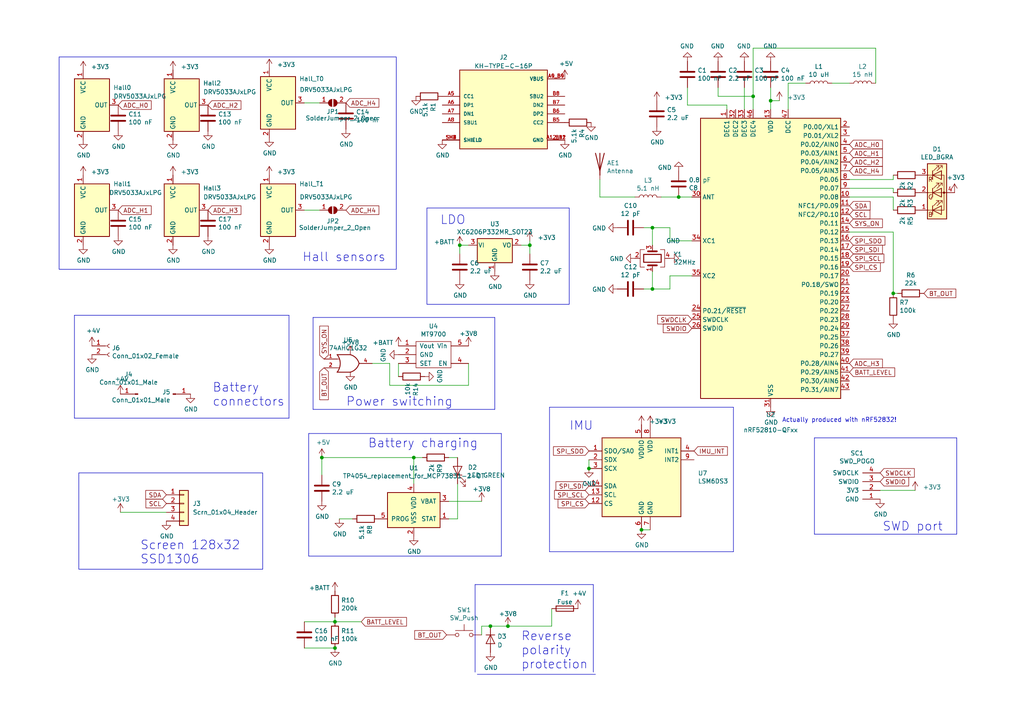
<source format=kicad_sch>
(kicad_sch (version 20230121) (generator eeschema)
  (paper "A4")
  (title_block (title "uMyo") (rev "v2") (company "Ultimate Robotics"))
  (junction (at 142.24 181.61))
  (junction (at 189.23 66.04))
  (junction (at 97.155 187.96))
  (junction (at 93.345 132.715))
  (junction (at 97.155 180.34))
  (junction (at 259.08 85.09))
  (junction (at 120.015 132.715))
  (junction (at 170.815 135.89))
  (junction (at 153.67 71.12))
  (junction (at 133.35 71.12))
  (junction (at 189.23 83.82))
  (junction (at 147.32 181.61))
  (junction (at 223.52 29.21))
  (junction (at 196.85 57.15))
  (junction (at 186.055 153.67))
  (junction (at 218.44 27.94))
  (wire (pts (xy 189.23 66.04) (xy 189.23 71.12)))
  (polyline (pts (xy 83.82 91.44) (xy 83.82 121.285)))
  (polyline (pts (xy 137.795 169.545) (xy 137.795 194.945)))
  (wire (pts (xy 194.31 80.01) (xy 194.31 83.82)))
  (wire (pts (xy 113.03 111.76) (xy 135.89 111.76)))
  (wire (pts (xy 259.08 52.07) (xy 259.08 50.8)))
  (wire (pts (xy 160.02 176.53) (xy 160.02 181.61)))
  (wire (pts (xy 151.13 71.12) (xy 153.67 71.12)))
  (wire (pts (xy 189.23 78.74) (xy 189.23 83.82)))
  (wire (pts (xy 132.715 140.335) (xy 132.715 150.495)))
  (wire (pts (xy 92.71 60.96) (xy 88.265 60.96)))
  (polyline (pts (xy 89.535 125.73) (xy 89.535 161.29)))
  (wire (pts (xy 135.89 71.12) (xy 133.35 71.12)))
  (wire (pts (xy 194.31 66.04) (xy 194.31 69.85)))
  (wire (pts (xy 115.57 105.41) (xy 115.57 109.22)))
  (wire (pts (xy 132.715 150.495) (xy 130.175 150.495)))
  (polyline (pts (xy 172.085 169.545) (xy 172.085 194.945)))
  (wire (pts (xy 93.345 132.715) (xy 120.015 132.715)))
  (wire (pts (xy 200.66 80.01) (xy 194.31 80.01)))
  (wire (pts (xy 194.31 69.85) (xy 200.66 69.85)))
  (wire (pts (xy 199.39 25.4) (xy 199.39 30.48)))
  (wire (pts (xy 246.38 67.31) (xy 259.08 67.31)))
  (wire (pts (xy 241.3 24.13) (xy 246.38 24.13)))
  (wire (pts (xy 265.43 142.24) (xy 255.27 142.24)))
  (polyline (pts (xy 159.385 118.11) (xy 159.385 160.02)))
  (wire (pts (xy 147.32 181.61) (xy 160.02 181.61)))
  (wire (pts (xy 34.925 148.59) (xy 48.26 148.59)))
  (polyline (pts (xy 236.22 127) (xy 277.495 127)))
  (wire (pts (xy 130.175 145.415) (xy 139.7 145.415)))
  (wire (pts (xy 97.155 180.34) (xy 104.775 180.34)))
  (wire (pts (xy 215.9 25.4) (xy 215.9 31.75)))
  (wire (pts (xy 135.89 111.76) (xy 135.89 105.41)))
  (wire (pts (xy 142.24 181.61) (xy 147.32 181.61)))
  (polyline (pts (xy 143.51 92.075) (xy 143.51 118.745)))
  (wire (pts (xy 223.52 29.21) (xy 223.52 31.75)))
  (wire (pts (xy 226.06 29.21) (xy 223.52 29.21)))
  (wire (pts (xy 210.82 30.48) (xy 210.82 31.75)))
  (wire (pts (xy 186.69 66.04) (xy 189.23 66.04)))
  (wire (pts (xy 246.38 57.15) (xy 259.08 57.15)))
  (wire (pts (xy 259.08 85.09) (xy 260.35 85.09)))
  (wire (pts (xy 259.08 57.15) (xy 259.08 60.96)))
  (wire (pts (xy 259.08 54.61) (xy 259.08 55.88)))
  (wire (pts (xy 107.95 105.41) (xy 113.03 105.41)))
  (wire (pts (xy 93.345 137.795) (xy 93.345 132.715)))
  (wire (pts (xy 88.265 187.96) (xy 97.155 187.96)))
  (wire (pts (xy 153.67 71.12) (xy 153.67 73.66)))
  (wire (pts (xy 92.71 29.845) (xy 88.265 29.845)))
  (polyline (pts (xy 83.82 121.285) (xy 21.59 121.285)))
  (wire (pts (xy 246.38 54.61) (xy 259.08 54.61)))
  (wire (pts (xy 191.77 57.15) (xy 196.85 57.15)))
  (wire (pts (xy 259.08 67.31) (xy 259.08 85.09)))
  (wire (pts (xy 188.595 153.67) (xy 186.055 153.67)))
  (wire (pts (xy 186.69 83.82) (xy 189.23 83.82)))
  (wire (pts (xy 120.015 132.715) (xy 122.555 132.715)))
  (wire (pts (xy 139.7 181.61) (xy 139.7 184.15)))
  (polyline (pts (xy 89.535 161.29) (xy 145.415 161.29)))
  (polyline (pts (xy 89.535 125.73) (xy 145.415 125.73)))
  (polyline (pts (xy 137.795 169.545) (xy 172.085 169.545)))
  (wire (pts (xy 196.85 57.15) (xy 200.66 57.15)))
  (polyline (pts (xy 277.495 127) (xy 277.495 154.94)))
  (wire (pts (xy 88.265 180.34) (xy 97.155 180.34)))
  (wire (pts (xy 130.175 132.715) (xy 132.715 132.715)))
  (polyline (pts (xy 236.22 127) (xy 236.22 154.94)))
  (wire (pts (xy 97.155 179.07) (xy 97.155 180.34)))
  (wire (pts (xy 113.03 105.41) (xy 113.03 111.76)))
  (wire (pts (xy 228.6 24.13) (xy 233.68 24.13)))
  (polyline (pts (xy 90.805 92.075) (xy 143.51 92.075)))
  (wire (pts (xy 102.235 150.495) (xy 98.425 150.495)))
  (polyline (pts (xy 277.495 154.94) (xy 236.22 154.94)))
  (wire (pts (xy 120.015 132.715) (xy 120.015 140.335)))
  (wire (pts (xy 254 13.97) (xy 254 24.13)))
  (polyline (pts (xy 21.59 91.44) (xy 83.82 91.44)))
  (polyline (pts (xy 212.725 118.11) (xy 212.725 160.02)))
  (wire (pts (xy 189.23 66.04) (xy 194.31 66.04)))
  (wire (pts (xy 218.44 27.94) (xy 218.44 13.97)))
  (wire (pts (xy 218.44 13.97) (xy 254 13.97)))
  (wire (pts (xy 218.44 31.75) (xy 218.44 27.94)))
  (wire (pts (xy 208.28 27.94) (xy 208.28 25.4)))
  (polyline (pts (xy 172.72 195.58) (xy 138.43 195.58)))
  (polyline (pts (xy 143.51 118.745) (xy 90.805 118.745)))
  (wire (pts (xy 173.99 57.15) (xy 173.99 52.07)))
  (wire (pts (xy 139.7 181.61) (xy 142.24 181.61)))
  (wire (pts (xy 199.39 30.48) (xy 210.82 30.48)))
  (wire (pts (xy 133.35 71.12) (xy 133.35 73.66)))
  (polyline (pts (xy 21.59 91.44) (xy 21.59 121.285)))
  (wire (pts (xy 246.38 52.07) (xy 259.08 52.07)))
  (wire (pts (xy 189.23 83.82) (xy 194.31 83.82)))
  (wire (pts (xy 223.52 25.4) (xy 223.52 29.21)))
  (polyline (pts (xy 145.415 161.29) (xy 145.415 125.73)))
  (wire (pts (xy 228.6 31.75) (xy 228.6 24.13)))
  (wire (pts (xy 208.28 27.94) (xy 218.44 27.94)))
  (polyline (pts (xy 159.385 118.11) (xy 212.725 118.11)))
  (wire (pts (xy 173.99 57.15) (xy 184.15 57.15)))
  (polyline (pts (xy 212.725 160.02) (xy 159.385 160.02)))
  (wire (pts (xy 153.67 71.12) (xy 153.67 69.85)))
  (wire (pts (xy 170.815 133.35) (xy 170.815 135.89)))
  (polyline (pts (xy 90.805 92.075) (xy 90.805 118.745)))
  (rectangle (start 22.86 137.16) (end 76.2 165.1))
  (rectangle (start 17.145 16.51) (end 114.935 78.105))
  (rectangle (start 123.825 60.325) (end 165.1 88.265))
  (text "SWD port" (at 255.905 154.305 0) (effects (font (size 2.54 2.54)) (justify left bottom)))
  (text "Power switching" (at 100.33 118.11 0) (effects (font (size 2.54 2.54)) (justify left bottom)))
  (text "Battery\nconnectors" (at 61.595 118.11 0) (effects (font (size 2.54 2.54)) (justify left bottom)))
  (text "Battery charging" (at 106.68 130.175 0) (effects (font (size 2.54 2.54)) (justify left bottom)))
  (text "IMU" (at 165.1 125.095 0) (effects (font (size 2.54 2.54)) (justify left bottom)))
  (text "Reverse\npolarity\nprotection" (at 151.13 194.31 0) (effects (font (size 2.54 2.54)) (justify left bottom)))
  (text "LDO" (at 127.635 65.405 0) (effects (font (size 2.54 2.54)) (justify left bottom)))
  (text "Hall sensors" (at 87.63 76.2 0) (effects (font (size 2.54 2.54)) (justify left bottom)))
  (text "Actually produced with nRF52832!" (at 226.822 122.682 0) (effects (font (size 1.27 1.27)) (justify left bottom)))
  (text "Screen 128x32\nSSD1306" (at 40.64 163.83 0) (effects (font (size 2.54 2.54)) (justify left bottom)))
  (global_label "SPI_CS" (shape input) (at 246.38 77.47 0) (property "Intersheetrefs" "${INTERSHEET_REFS}" (effects hide)))
  (global_label "SCL" (shape input) (at 48.26 146.05 180) (property "Intersheetrefs" "${INTERSHEET_REFS}" (effects hide)))
  (global_label "SPI_SCL" (shape input) (at 246.38 74.93 0) (property "Intersheetrefs" "${INTERSHEET_REFS}" (effects hide)))
  (global_label "ADC_H4" (shape input) (at 246.38 49.53 0) (property "Intersheetrefs" "${INTERSHEET_REFS}" (effects hide)))
  (global_label "BATT_LEVEL" (shape input) (at 246.38 107.95 0) (property "Intersheetrefs" "${INTERSHEET_REFS}" (effects hide)))
  (global_label "ADC_H2" (shape input) (at 60.325 30.48 0) (property "Intersheetrefs" "${INTERSHEET_REFS}" (effects hide)))
  (global_label "SWDCLK" (shape input) (at 200.66 92.71 180) (property "Intersheetrefs" "${INTERSHEET_REFS}" (effects hide)))
  (global_label "BT_OUT" (shape input) (at 93.98 106.68 270) (property "Intersheetrefs" "${INTERSHEET_REFS}" (effects hide)))
  (global_label "ADC_H1" (shape input) (at 246.38 44.45 0) (property "Intersheetrefs" "${INTERSHEET_REFS}" (effects hide)))
  (global_label "ADC_H0" (shape input) (at 246.38 41.91 0) (property "Intersheetrefs" "${INTERSHEET_REFS}" (effects hide)))
  (global_label "SWDCLK" (shape input) (at 255.27 137.16 0) (property "Intersheetrefs" "${INTERSHEET_REFS}" (effects hide)))
  (global_label "SDA" (shape input) (at 48.26 143.51 180) (property "Intersheetrefs" "${INTERSHEET_REFS}" (effects hide)))
  (global_label "BT_OUT" (shape input) (at 267.97 85.09 0) (property "Intersheetrefs" "${INTERSHEET_REFS}" (effects hide)))
  (global_label "SPI_CS" (shape input) (at 170.815 146.05 180) (property "Intersheetrefs" "${INTERSHEET_REFS}" (effects hide)))
  (global_label "BT_OUT" (shape input) (at 129.54 184.15 180) (property "Intersheetrefs" "${INTERSHEET_REFS}" (effects hide)))
  (global_label "SPI_SDI" (shape input) (at 170.815 140.97 180) (property "Intersheetrefs" "${INTERSHEET_REFS}" (effects hide)))
  (global_label "SPI_SDO" (shape input) (at 170.815 130.81 180) (property "Intersheetrefs" "${INTERSHEET_REFS}" (effects hide)))
  (global_label "ADC_H1" (shape input) (at 34.29 60.96 0) (property "Intersheetrefs" "${INTERSHEET_REFS}" (effects hide)))
  (global_label "SYS_ON" (shape input) (at 93.98 104.14 90) (property "Intersheetrefs" "${INTERSHEET_REFS}" (effects hide)))
  (global_label "IMU_INT" (shape input) (at 201.295 130.81 0) (property "Intersheetrefs" "${INTERSHEET_REFS}" (effects hide)))
  (global_label "SPI_SCL" (shape input) (at 170.815 143.51 180) (property "Intersheetrefs" "${INTERSHEET_REFS}" (effects hide)))
  (global_label "BATT_LEVEL" (shape input) (at 104.775 180.34 0) (property "Intersheetrefs" "${INTERSHEET_REFS}" (effects hide)))
  (global_label "SWDIO" (shape input) (at 200.66 95.25 180) (property "Intersheetrefs" "${INTERSHEET_REFS}" (effects hide)))
  (global_label "ADC_H3" (shape input) (at 246.38 105.41 0) (property "Intersheetrefs" "${INTERSHEET_REFS}" (effects hide)))
  (global_label "ADC_H3" (shape input) (at 60.325 60.96 0) (property "Intersheetrefs" "${INTERSHEET_REFS}" (effects hide)))
  (global_label "ADC_H4" (shape input) (at 100.33 29.845 0) (property "Intersheetrefs" "${INTERSHEET_REFS}" (effects hide)))
  (global_label "ADC_H2" (shape input) (at 246.38 46.99 0) (property "Intersheetrefs" "${INTERSHEET_REFS}" (effects hide)))
  (global_label "SPI_SDI" (shape input) (at 246.38 72.39 0) (property "Intersheetrefs" "${INTERSHEET_REFS}" (effects hide)))
  (global_label "SWDIO" (shape input) (at 255.27 139.7 0) (property "Intersheetrefs" "${INTERSHEET_REFS}" (effects hide)))
  (global_label "SPI_SDO" (shape input) (at 246.38 69.85 0) (property "Intersheetrefs" "${INTERSHEET_REFS}" (effects hide)))
  (global_label "SCL" (shape input) (at 246.38 62.23 0) (property "Intersheetrefs" "${INTERSHEET_REFS}" (effects hide)))
  (global_label "ADC_H0" (shape input) (at 34.29 30.48 0) (property "Intersheetrefs" "${INTERSHEET_REFS}" (effects hide)))
  (global_label "ADC_H4" (shape input) (at 100.33 60.96 0) (property "Intersheetrefs" "${INTERSHEET_REFS}" (effects hide)))
  (global_label "SYS_ON" (shape input) (at 246.38 64.77 0) (property "Intersheetrefs" "${INTERSHEET_REFS}" (effects hide)))
  (global_label "SDA" (shape input) (at 246.38 59.69 0) (property "Intersheetrefs" "${INTERSHEET_REFS}" (effects hide)))
  (symbol (lib_id "ultimate_library:nRF52832-QFxx") (at 223.52 74.93 0) (unit 1)
    (property "Reference" "U2" (at 223.52 120.2944 0))
    (property "Value" "nRF52810-QFxx" (at 223.52 124.714 0))
    (property "Footprint" "ultimate_library:QFN-48-1EP_6x6mm_Pitch0.4mm" (effects hide))
    (property "JLCPN" "C141828" (effects hide))
  )
  (symbol (lib_id "ultimate_library:MCP1703A-3302_SOT23-Regulator_Linear") (at 143.51 71.12 0) (unit 1)
    (property "Reference" "U3" (at 143.51 64.9732 0))
    (property "Value" "XC6206P332MR_SOT23" (at 143.51 67.2846 0))
    (property "Footprint" "Package_TO_SOT_SMD:SOT-23" (effects hide))
    (property "Datasheet" "http://ww1.microchip.com/downloads/en/DeviceDoc/20005122B.pdf" (effects hide))
    (property "JLCPN" "C5446" (effects hide))
  )
  (symbol (lib_id "Device:C") (at 208.28 21.59 180) (unit 1)
    (property "Reference" "C2" (at 211.201 20.4216 0) (effects (justify right)))
    (property "Value" "2.2 uF" (at 211.201 22.733 0) (effects (justify right)))
    (property "Footprint" "Capacitor_SMD:C_0402_1005Metric" (effects hide))
    (property "JLCPN" "C12530" (effects hide))
  )
  (symbol (lib_id "Device:C") (at 215.9 21.59 180) (unit 1)
    (property "Reference" "C3" (at 218.821 20.4216 0) (effects (justify right)))
    (property "Value" "100 pF" (at 218.821 22.733 0) (effects (justify right)))
    (property "Footprint" "Capacitor_SMD:C_0402_1005Metric" (effects hide))
    (property "JLCPN" "C1546" (effects hide))
  )
  (symbol (lib_id "Device:C") (at 199.39 21.59 180) (unit 1)
    (property "Reference" "C1" (at 202.311 20.4216 0) (effects (justify right)))
    (property "Value" "100 nF" (at 202.311 22.733 0) (effects (justify right)))
    (property "Footprint" "Capacitor_SMD:C_0402_1005Metric" (effects hide))
    (property "JLCPN" "C1525" (effects hide))
  )
  (symbol (lib_id "power:+3.3V") (at 153.67 69.85 0) (unit 1)
    (property "Reference" "#PWR022" (effects hide))
    (property "Value" "+3.3V" (at 155.9052 68.9102 0) (effects (justify left)))
  )
  (symbol (lib_id "Device:C") (at 182.88 66.04 90) (unit 1)
    (property "Reference" "C10" (at 182.88 59.6392 90))
    (property "Value" "12 pF" (at 182.88 61.9506 90))
    (property "Footprint" "Capacitor_SMD:C_0402_1005Metric" (effects hide))
    (property "JLCPN" "C1547" (effects hide))
  )
  (symbol (lib_id "power:GND") (at 223.52 118.11 0) (unit 1)
    (property "Reference" "#PWR032" (effects hide))
    (property "Value" "GND" (at 223.647 122.5042 0))
  )
  (symbol (lib_id "power:GND") (at 179.07 83.82 270) (unit 1)
    (property "Reference" "#PWR020" (effects hide))
    (property "Value" "GND" (at 175.8188 83.947 90) (effects (justify right)))
  )
  (symbol (lib_id "power:GND") (at 179.07 66.04 270) (unit 1)
    (property "Reference" "#PWR017" (effects hide))
    (property "Value" "GND" (at 175.8188 66.167 90) (effects (justify right)))
  )
  (symbol (lib_id "power:GND") (at 199.39 17.78 180) (unit 1)
    (property "Reference" "#PWR01" (effects hide))
    (property "Value" "GND" (at 199.263 13.3858 0))
  )
  (symbol (lib_id "power:GND") (at 208.28 17.78 180) (unit 1)
    (property "Reference" "#PWR02" (effects hide))
    (property "Value" "GND" (at 208.153 13.3858 0))
  )
  (symbol (lib_id "power:GND") (at 215.9 17.78 180) (unit 1)
    (property "Reference" "#PWR03" (effects hide))
    (property "Value" "GND" (at 215.773 13.3858 0))
  )
  (symbol (lib_id "power:GND") (at 223.52 17.78 180) (unit 1)
    (property "Reference" "#PWR04" (effects hide))
    (property "Value" "GND" (at 223.393 13.3858 0))
  )
  (symbol (lib_id "power:GND") (at 184.15 74.93 270) (unit 1)
    (property "Reference" "#PWR018" (effects hide))
    (property "Value" "GND" (at 180.8988 75.057 90) (effects (justify right)))
  )
  (symbol (lib_id "power:GND") (at 194.31 74.93 90) (unit 1)
    (property "Reference" "#PWR019" (effects hide))
    (property "Value" "GND" (at 195.2498 69.85 90))
  )
  (symbol (lib_id "Device:Crystal_GND24") (at 189.23 74.93 90) (unit 1)
    (property "Reference" "Y1" (at 195.3514 73.7616 90) (effects (justify right)))
    (property "Value" "32MHz" (at 195.3514 76.073 90) (effects (justify right)))
    (property "Footprint" "Crystal:Crystal_SMD_2016-4Pin_2.0x1.6mm" (effects hide))
    (property "JLCPN" "C843260" (effects hide))
  )
  (symbol (lib_id "Device:C") (at 196.85 53.34 0) (mirror x) (unit 1)
    (property "Reference" "C8" (at 199.771 54.5084 0) (effects (justify left)))
    (property "Value" "0.8 pF" (at 199.771 52.197 0) (effects (justify left)))
    (property "Footprint" "Capacitor_SMD:C_0402_1005Metric" (effects hide))
    (property "JLCPN" "C88902" (effects hide))
  )
  (symbol (lib_id "Device:L") (at 187.96 57.15 90) (unit 1)
    (property "Reference" "L3" (at 187.96 52.324 90))
    (property "Value" "5.1 nH" (at 187.96 54.6354 90))
    (property "Footprint" "Inductor_SMD:L_0402_1005Metric" (effects hide))
    (property "JLCPN" "C86066" (effects hide))
  )
  (symbol (lib_id "power:GND") (at 196.85 49.53 0) (mirror x) (unit 1)
    (property "Reference" "#PWR011" (effects hide))
    (property "Value" "GND" (at 194.8688 48.5902 0) (effects (justify right)))
  )
  (symbol (lib_id "power:GND") (at 133.35 81.28 0) (unit 1)
    (property "Reference" "#PWR030" (effects hide))
    (property "Value" "GND" (at 133.477 85.6742 0))
  )
  (symbol (lib_id "power:GND") (at 153.67 81.28 0) (unit 1)
    (property "Reference" "#PWR031" (effects hide))
    (property "Value" "GND" (at 153.797 85.6742 0))
  )
  (symbol (lib_id "power:+BATT") (at 133.35 71.12 0) (unit 1)
    (property "Reference" "#PWR023" (effects hide))
    (property "Value" "+BATT" (at 131.9022 70.1802 0) (effects (justify right)))
  )
  (symbol (lib_id "power:GND") (at 143.51 78.74 0) (unit 1)
    (property "Reference" "#PWR027" (effects hide))
    (property "Value" "GND" (at 143.637 83.1342 0))
  )
  (symbol (lib_id "Device:R") (at 262.89 50.8 270) (unit 1)
    (property "Reference" "R2" (at 264.0584 52.578 0) (effects (justify left)))
    (property "Value" "2k" (at 261.747 52.578 0) (effects (justify left)))
    (property "Footprint" "Resistor_SMD:R_0402_1005Metric" (effects hide))
    (property "JLCPN" "C4109" (effects hide))
  )
  (symbol (lib_id "Device:R") (at 97.155 175.26 0) (unit 1)
    (property "Reference" "R10" (at 98.933 174.0916 0) (effects (justify left)))
    (property "Value" "200k" (at 98.933 176.403 0) (effects (justify left)))
    (property "Footprint" "Resistor_SMD:R_0402_1005Metric" (effects hide))
    (property "JLCPN" "C25764" (effects hide))
  )
  (symbol (lib_id "power:+BATT") (at 97.155 171.45 0) (unit 1)
    (property "Reference" "#PWR041" (effects hide))
    (property "Value" "+BATT" (at 95.7072 170.5102 0) (effects (justify right)))
  )
  (symbol (lib_id "power:GND") (at 97.155 187.96 0) (unit 1)
    (property "Reference" "#PWR043" (effects hide))
    (property "Value" "GND" (at 97.282 192.3542 0))
  )
  (symbol (lib_id "power:GND") (at 255.27 144.78 0) (unit 1)
    (property "Reference" "#PWR035" (effects hide))
    (property "Value" "GND" (at 255.397 149.1742 0))
  )
  (symbol (lib_id "power:+3.3V") (at 265.43 142.24 0) (unit 1)
    (property "Reference" "#PWR034" (effects hide))
    (property "Value" "+3.3V" (at 267.6652 141.3002 0) (effects (justify left)))
  )
  (symbol (lib_id "power:+3.3V") (at 276.86 55.88 0) (unit 1)
    (property "Reference" "#PWR014" (effects hide))
    (property "Value" "+3.3V" (at 277.241 51.4858 0))
  )
  (symbol (lib_id "Connector:Conn_01x01_Male") (at 40.005 114.3 180) (unit 1)
    (property "Reference" "J4" (at 37.2872 108.585 0))
    (property "Value" "Conn_01x01_Male" (at 37.2872 110.8964 0))
    (property "Footprint" "ultimate_library:conn_16_20" (effects hide))
  )
  (symbol (lib_id "Switch:SW_Push") (at 134.62 184.15 0) (unit 1)
    (property "Reference" "SW1" (at 134.62 176.911 0))
    (property "Value" "SW_Push" (at 134.62 179.2224 0))
    (property "Footprint" "Button_Switch_SMD:SW_SPST_CK_RS282G05A3" (effects hide))
    (property "JLCPN" "C2845294" (effects hide))
  )
  (symbol (lib_id "power:+3.3V") (at 226.06 29.21 0) (unit 1)
    (property "Reference" "#PWR06" (effects hide))
    (property "Value" "+3.3V" (at 228.2952 28.2702 0) (effects (justify left)))
  )
  (symbol (lib_id "power:+BATT") (at 115.57 100.33 0) (unit 1)
    (property "Reference" "#PWR024" (effects hide))
    (property "Value" "+BATT" (at 114.1222 99.3902 0) (effects (justify right)))
  )
  (symbol (lib_id "Connector:Conn_01x01_Male") (at 50.165 114.3 0) (unit 1)
    (property "Reference" "J5" (at 49.4538 113.7158 0) (effects (justify right)))
    (property "Value" "Conn_01x01_Male" (at 49.4538 116.0272 0) (effects (justify right)))
    (property "Footprint" "ultimate_library:conn_16_20" (effects hide))
  )
  (symbol (lib_id "power:GND") (at 55.245 114.3 0) (unit 1)
    (property "Reference" "#PWR042" (effects hide))
    (property "Value" "GND" (at 55.372 118.6942 0))
  )
  (symbol (lib_id "power:GND") (at 115.57 102.87 270) (unit 1)
    (property "Reference" "#PWR029" (effects hide))
    (property "Value" "GND" (at 111.1758 102.997 0))
  )
  (symbol (lib_id "ultimate_library:SWD_POGO") (at 250.19 140.97 0) (unit 1)
    (property "Reference" "SC1" (at 248.5898 131.445 0))
    (property "Value" "SWD_POGO" (at 248.5898 133.7564 0))
    (property "Footprint" "ultimate_library:SWD_POGO" (effects hide))
  )
  (symbol (lib_id "Device:L") (at 250.19 24.13 90) (unit 1)
    (property "Reference" "L2" (at 250.19 19.304 90))
    (property "Value" "15 nH" (at 250.19 21.6154 90))
    (property "Footprint" "Inductor_SMD:L_0402_1005Metric" (effects hide))
    (property "JLCPN" "C27143" (effects hide))
  )
  (symbol (lib_id "Device:L") (at 237.49 24.13 90) (unit 1)
    (property "Reference" "L1" (at 237.49 19.304 90))
    (property "Value" "10 uH" (at 237.49 21.6154 90))
    (property "Footprint" "Inductor_SMD:L_0603_1608Metric" (effects hide))
    (property "JLCPN" "C1035" (effects hide))
  )
  (symbol (lib_id "74xGxx:74AHC1G32") (at 101.6 105.41 0) (unit 1)
    (property "Reference" "U5" (at 100.965 98.6282 0))
    (property "Value" "74AHC1G32" (at 100.965 100.9396 0))
    (property "Footprint" "Package_TO_SOT_SMD:SOT-23-5" (effects hide))
    (property "Datasheet" "http://www.ti.com/lit/sg/scyt129e/scyt129e.pdf" (effects hide))
    (property "JLCPN" "C507209" (effects hide))
  )
  (symbol (lib_id "power:+4V") (at 34.925 114.3 0) (unit 1)
    (property "Reference" "#PWR044" (effects hide))
    (property "Value" "+4V" (at 35.306 109.9058 0))
  )
  (symbol (lib_id "power:GND") (at 101.6 107.95 0) (unit 1)
    (property "Reference" "#PWR033" (effects hide))
    (property "Value" "GND" (at 101.727 112.3442 0))
  )
  (symbol (lib_id "Device:R") (at 264.16 85.09 270) (unit 1)
    (property "Reference" "R6" (at 264.16 79.8322 90))
    (property "Value" "22k" (at 264.16 82.1436 90))
    (property "Footprint" "Resistor_SMD:R_0402_1005Metric" (effects hide))
    (property "JLCPN" "C25768" (effects hide))
  )
  (symbol (lib_id "power:GND") (at 259.08 92.71 0) (unit 1)
    (property "Reference" "#PWR025" (effects hide))
    (property "Value" "GND" (at 259.207 97.1042 0))
  )
  (symbol (lib_id "Device:R") (at 259.08 88.9 0) (unit 1)
    (property "Reference" "R7" (at 260.858 87.7316 0) (effects (justify left)))
    (property "Value" "100k" (at 260.858 90.043 0) (effects (justify left)))
    (property "Footprint" "Resistor_SMD:R_0402_1005Metric" (effects hide))
    (property "JLCPN" "C25741" (effects hide))
  )
  (symbol (lib_id "power:+3.3V") (at 190.5 29.21 0) (unit 1)
    (property "Reference" "#PWR05" (effects hide))
    (property "Value" "+3.3V" (at 192.7352 28.2702 0) (effects (justify left)))
  )
  (symbol (lib_id "power:GND") (at 190.5 36.83 0) (unit 1)
    (property "Reference" "#PWR08" (effects hide))
    (property "Value" "GND" (at 190.627 41.2242 0))
  )
  (symbol (lib_id "Device:LED_BGRA") (at 271.78 55.88 0) (unit 1)
    (property "Reference" "D1" (at 271.78 43.2562 0))
    (property "Value" "LED_BGRA" (at 271.78 45.5676 0))
    (property "Footprint" "ultimate_library:LED_RGB_0603_a4" (effects hide))
    (property "JLCPN" "C282128" (effects hide))
  )
  (symbol (lib_id "Device:C") (at 182.88 83.82 90) (unit 1)
    (property "Reference" "C12" (at 182.88 77.4192 90))
    (property "Value" "12 pF" (at 182.88 79.7306 90))
    (property "Footprint" "Capacitor_SMD:C_0402_1005Metric" (effects hide))
    (property "JLCPN" "C1547" (effects hide))
  )
  (symbol (lib_id "Device:C") (at 223.52 21.59 180) (unit 1)
    (property "Reference" "C4" (at 226.441 20.4216 0) (effects (justify right)))
    (property "Value" "100 nF" (at 226.441 22.733 0) (effects (justify right)))
    (property "Footprint" "Capacitor_SMD:C_0402_1005Metric" (effects hide))
    (property "JLCPN" "C1525" (effects hide))
  )
  (symbol (lib_id "Device:C") (at 153.67 77.47 180) (unit 1)
    (property "Reference" "C7" (at 156.591 76.3016 0) (effects (justify right)))
    (property "Value" "2.2 uF" (at 156.591 78.613 0) (effects (justify right)))
    (property "Footprint" "Capacitor_SMD:C_0402_1005Metric" (effects hide))
    (property "JLCPN" "C12530" (effects hide))
  )
  (symbol (lib_id "Device:C") (at 133.35 77.47 180) (unit 1)
    (property "Reference" "C6" (at 136.271 76.3016 0) (effects (justify right)))
    (property "Value" "2.2 uF" (at 136.271 78.613 0) (effects (justify right)))
    (property "Footprint" "Capacitor_SMD:C_0402_1005Metric" (effects hide))
    (property "JLCPN" "C12530" (effects hide))
  )
  (symbol (lib_id "Device:R") (at 97.155 184.15 0) (unit 1)
    (property "Reference" "R11" (at 98.933 182.9816 0) (effects (justify left)))
    (property "Value" "100k" (at 98.933 185.293 0) (effects (justify left)))
    (property "Footprint" "Resistor_SMD:R_0402_1005Metric" (effects hide))
    (property "JLCPN" "C25741" (effects hide))
  )
  (symbol (lib_id "Device:R") (at 262.89 55.88 270) (unit 1)
    (property "Reference" "R3" (at 264.0584 57.658 0) (effects (justify left)))
    (property "Value" "2k" (at 261.747 57.658 0) (effects (justify left)))
    (property "Footprint" "Resistor_SMD:R_0402_1005Metric" (effects hide))
    (property "JLCPN" "C4109" (effects hide))
  )
  (symbol (lib_id "Device:R") (at 262.89 60.96 270) (unit 1)
    (property "Reference" "R5" (at 264.0584 62.738 0) (effects (justify left)))
    (property "Value" "2k" (at 261.747 62.738 0) (effects (justify left)))
    (property "Footprint" "Resistor_SMD:R_0402_1005Metric" (effects hide))
    (property "JLCPN" "C4109" (effects hide))
  )
  (symbol (lib_id "Device:C") (at 88.265 184.15 180) (unit 1)
    (property "Reference" "C16" (at 91.186 182.9816 0) (effects (justify right)))
    (property "Value" "100 nF" (at 91.186 185.293 0) (effects (justify right)))
    (property "Footprint" "Capacitor_SMD:C_0402_1005Metric" (effects hide))
    (property "JLCPN" "C1525" (effects hide))
  )
  (symbol (lib_id "Device:C") (at 190.5 33.02 180) (unit 1)
    (property "Reference" "C5" (at 193.421 31.8516 0) (effects (justify right)))
    (property "Value" "2.2 uF" (at 193.421 34.163 0) (effects (justify right)))
    (property "Footprint" "Capacitor_SMD:C_0402_1005Metric" (effects hide))
    (property "JLCPN" "C12530" (effects hide))
  )
  (symbol (lib_id "Connector:Conn_01x02_Female") (at 31.75 100.33 0) (unit 1)
    (property "Reference" "J6" (at 32.4612 100.9396 0) (effects (justify left)))
    (property "Value" "Conn_01x02_Female" (at 32.4612 103.251 0) (effects (justify left)))
    (property "Footprint" "Connector_JST:JST_PH_S2B-PH-SM4-TB_1x02-1MP_P2.00mm_Horizontal" (effects hide))
    (property "JLCPN" "C520130" (effects hide))
  )
  (symbol (lib_id "power:GND") (at 26.67 102.87 0) (unit 1)
    (property "Reference" "#PWR0101" (effects hide))
    (property "Value" "GND" (at 26.797 107.2642 0))
  )
  (symbol (lib_id "power:+4V") (at 26.67 100.33 0) (unit 1)
    (property "Reference" "#PWR0102" (effects hide))
    (property "Value" "+4V" (at 27.051 95.9358 0))
  )
  (symbol (lib_id "power:+3.3V") (at 186.055 123.19 0) (unit 1)
    (property "Reference" "#PWR0105" (effects hide))
    (property "Value" "+3.3V" (at 188.2902 122.2502 0) (effects (justify left)))
  )
  (symbol (lib_id "power:+3.3V") (at 188.595 123.19 0) (unit 1)
    (property "Reference" "#PWR0106" (effects hide))
    (property "Value" "+3.3V" (at 190.8302 122.2502 0) (effects (justify left)))
  )
  (symbol (lib_id "power:GND") (at 186.055 153.67 0) (unit 1)
    (property "Reference" "#PWR0107" (effects hide))
    (property "Value" "GND" (at 186.182 158.0642 0))
  )
  (symbol (lib_id "power:GND") (at 170.815 135.89 0) (unit 1)
    (property "Reference" "#PWR0108" (effects hide))
    (property "Value" "GND" (at 170.942 140.2842 0))
  )
  (symbol (lib_id "Sensor_Motion:LSM6DS3") (at 186.055 138.43 0) (unit 1)
    (property "Reference" "U7" (at 202.4126 137.2616 0) (effects (justify left)))
    (property "Value" "LSM6DS3" (at 202.4126 139.573 0) (effects (justify left)))
    (property "Footprint" "Package_LGA:LGA-14_3x2.5mm_P0.5mm_LayoutBorder3x4y" (effects hide))
    (property "Datasheet" "www.st.com/resource/en/datasheet/lsm6ds3.pdf" (effects hide))
    (property "JLCPN" "C967633" (effects hide))
  )
  (symbol (lib_id "ultimate_library:MT9700") (at 125.73 102.87 0) (unit 1)
    (property "Reference" "U4" (at 125.73 94.615 0))
    (property "Value" "MT9700" (at 125.73 96.9264 0))
    (property "Footprint" "Package_TO_SOT_SMD:SOT-23-5" (effects hide))
    (property "JLCPN" "C89855" (effects hide))
  )
  (symbol (lib_id "Device:R") (at 119.38 109.22 270) (unit 1)
    (property "Reference" "R14" (at 120.5484 110.998 0) (effects (justify left)))
    (property "Value" "10k" (at 118.237 110.998 0) (effects (justify left)))
    (property "Footprint" "Resistor_SMD:R_0402_1005Metric" (effects hide))
    (property "JLCPN" "C25744" (effects hide))
  )
  (symbol (lib_id "power:GND") (at 123.19 109.22 90) (unit 1)
    (property "Reference" "#PWR012" (effects hide))
    (property "Value" "GND" (at 127.5842 109.093 0))
  )
  (symbol (lib_id "Jumper:SolderJumper_2_Open") (at 96.52 60.96 0) (unit 1)
    (property "Reference" "JP2" (at 96.52 64.135 0))
    (property "Value" "SolderJumper_2_Open" (at 97.155 66.04 0))
    (property "Footprint" "Jumper:SolderJumper-2_P1.3mm_Open_RoundedPad1.0x1.5mm" (effects hide))
  )
  (symbol (lib_id "Device:R") (at 124.46 27.94 270) (unit 1)
    (property "Reference" "R1" (at 125.6284 29.718 0) (effects (justify left)))
    (property "Value" "5.1k" (at 123.317 29.718 0) (effects (justify left)))
    (property "Footprint" "Resistor_SMD:R_0402_1005Metric" (effects hide))
    (property "JLCPN" "C25905" (effects hide))
  )
  (symbol (lib_id "Sensor_Magnetic:DRV5033AJxLPG") (at 80.645 29.845 0) (unit 1)
    (property "Reference" "Hall_T0" (at 93.98 22.86 0) (effects (justify right)))
    (property "Value" "DRV5033AJxLPG" (at 102.235 26.035 0) (effects (justify right)))
    (property "Footprint" "Package_TO_SOT_THT:TO-92_Inline" (effects hide))
    (property "Datasheet" "https://www.ti.com/lit/ds/symlink/drv5033.pdf" (effects hide))
  )
  (symbol (lib_id "power:GND") (at 34.29 38.1 0) (unit 1)
    (property "Reference" "#PWR058" (effects hide))
    (property "Value" "GND" (at 34.417 42.4942 0))
  )
  (symbol (lib_id "power:GND") (at 24.13 71.12 0) (unit 1)
    (property "Reference" "#PWR039" (effects hide))
    (property "Value" "GND" (at 24.257 75.5142 0))
  )
  (symbol (lib_id "power:GND") (at 163.83 40.64 0) (unit 1)
    (property "Reference" "#PWR026" (effects hide))
    (property "Value" "GND" (at 163.957 45.0342 0))
  )
  (symbol (lib_id "power:GND") (at 60.325 68.58 0) (unit 1)
    (property "Reference" "#PWR062" (effects hide))
    (property "Value" "GND" (at 60.452 72.9742 0))
  )
  (symbol (lib_id "Device:LED") (at 132.715 136.525 90) (unit 1)
    (property "Reference" "D2" (at 135.6868 135.5598 90) (effects (justify right)))
    (property "Value" "LED GREEN" (at 135.6868 137.8712 90) (effects (justify right)))
    (property "Footprint" "LED_SMD:LED_0603_1608Metric" (effects hide))
    (property "JLCPN" "C72043" (effects hide))
  )
  (symbol (lib_id "ultimate_library:KH-TYPE-C-16P") (at 146.05 30.48 0) (unit 1)
    (property "Reference" "J2" (at 146.05 16.6202 0))
    (property "Value" "KH-TYPE-C-16P" (at 146.05 19.1571 0))
    (property "Footprint" "ultimate_library:KINGHELM_KH-TYPE-C-16P" (effects hide))
    (property "MAXIMUM_PACKAGE_HEIGHT" "3.41mm" (effects hide))
    (property "STANDARD" "Manufacturer Recommendations" (effects hide))
    (property "PARTREV" "A0" (effects hide))
    (property "MANUFACTURER" "Kinghelm" (effects hide))
    (property "SNAPEDA_PN" "KH-TYPE-C-16P" (effects hide))
    (property "JLCPN" "C709357" (effects hide))
  )
  (symbol (lib_id "power:+3V8") (at 135.89 100.33 0) (unit 1)
    (property "Reference" "#PWR0118" (effects hide))
    (property "Value" "+3V8" (at 135.89 96.7542 0))
  )
  (symbol (lib_id "Device:R") (at 167.64 35.56 270) (unit 1)
    (property "Reference" "R4" (at 168.8084 37.338 0) (effects (justify left)))
    (property "Value" "5.1k" (at 166.497 37.338 0) (effects (justify left)))
    (property "Footprint" "Resistor_SMD:R_0402_1005Metric" (effects hide))
    (property "JLCPN" "C25905" (effects hide))
  )
  (symbol (lib_id "power:+4V") (at 167.64 176.53 0) (unit 1)
    (property "Reference" "#PWR0116" (effects hide))
    (property "Value" "+4V" (at 168.021 172.1358 0))
  )
  (symbol (lib_id "power:GND") (at 24.13 40.64 0) (unit 1)
    (property "Reference" "#PWR037" (effects hide))
    (property "Value" "GND" (at 24.257 45.0342 0))
  )
  (symbol (lib_id "Sensor_Magnetic:DRV5033AJxLPG") (at 26.67 30.48 0) (unit 1)
    (property "Reference" "Hall0" (at 38.1 25.4 0) (effects (justify right)))
    (property "Value" "DRV5033AJxLPG" (at 48.26 27.94 0) (effects (justify right)))
    (property "Footprint" "Package_TO_SOT_THT:TO-92_Inline" (effects hide))
    (property "Datasheet" "https://www.ti.com/lit/ds/symlink/drv5033.pdf" (effects hide))
  )
  (symbol (lib_id "power:+3.3V") (at 50.165 20.32 0) (unit 1)
    (property "Reference" "#PWR040" (effects hide))
    (property "Value" "+3.3V" (at 52.4002 19.3802 0) (effects (justify left)))
  )
  (symbol (lib_id "power:+5V") (at 93.345 132.715 0) (unit 1)
    (property "Reference" "#PWR053" (effects hide))
    (property "Value" "+5V" (at 93.726 128.3208 0))
  )
  (symbol (lib_id "Device:Fuse") (at 163.83 176.53 90) (unit 1)
    (property "Reference" "F1" (at 163.83 172.0682 90))
    (property "Value" "Fuse" (at 163.83 174.6051 90))
    (property "Footprint" "Fuse:Fuse_0603_1608Metric" (effects hide))
    (property "JLCPN" "C207011" (effects hide))
  )
  (symbol (lib_id "Device:C") (at 34.29 34.29 180) (unit 1)
    (property "Reference" "C11" (at 37.211 33.1216 0) (effects (justify right)))
    (property "Value" "100 nF" (at 37.211 35.433 0) (effects (justify right)))
    (property "Footprint" "Capacitor_SMD:C_0402_1005Metric" (effects hide))
    (property "JLCPN" "C1525" (effects hide))
  )
  (symbol (lib_id "power:GND") (at 142.24 189.23 0) (unit 1)
    (property "Reference" "#PWR0115" (effects hide))
    (property "Value" "GND" (at 142.367 193.6242 0))
  )
  (symbol (lib_id "power:+3.3V") (at 78.105 50.8 0) (unit 1)
    (property "Reference" "#PWR051" (effects hide))
    (property "Value" "+3.3V" (at 80.3402 49.8602 0) (effects (justify left)))
  )
  (symbol (lib_id "Device:Antenna") (at 173.99 46.99 0) (unit 1)
    (property "Reference" "AE1" (at 176.022 47.2694 0) (effects (justify left)))
    (property "Value" "Antenna" (at 176.022 49.5808 0) (effects (justify left)))
    (property "Footprint" "ultimate_library:KH3216-A55" (effects hide))
    (property "JLCPN" "C484541" (effects hide))
  )
  (symbol (lib_id "Device:C") (at 100.33 33.655 180) (unit 1)
    (property "Reference" "C14" (at 103.251 32.4866 0) (effects (justify right)))
    (property "Value" "100 nF" (at 103.251 34.798 0) (effects (justify right)))
    (property "Footprint" "Capacitor_SMD:C_0402_1005Metric" (effects hide))
    (property "JLCPN" "C1525" (effects hide))
  )
  (symbol (lib_id "power:+3.3V") (at 24.13 50.8 0) (unit 1)
    (property "Reference" "#PWR038" (effects hide))
    (property "Value" "+3.3V" (at 26.3652 49.8602 0) (effects (justify left)))
  )
  (symbol (lib_id "power:+3V8") (at 139.7 145.415 0) (unit 1)
    (property "Reference" "#PWR057" (effects hide))
    (property "Value" "+3V8" (at 139.7 141.8392 0))
  )
  (symbol (lib_id "power:GND") (at 128.27 40.64 0) (unit 1)
    (property "Reference" "#PWR013" (effects hide))
    (property "Value" "GND" (at 128.397 45.0342 0))
  )
  (symbol (lib_id "Sensor_Magnetic:DRV5033AJxLPG") (at 26.67 60.96 0) (unit 1)
    (property "Reference" "Hall1" (at 38.1 53.34 0) (effects (justify right)))
    (property "Value" "DRV5033AJxLPG" (at 46.99 55.88 0) (effects (justify right)))
    (property "Footprint" "Package_TO_SOT_THT:TO-92_Inline" (effects hide))
    (property "Datasheet" "https://www.ti.com/lit/ds/symlink/drv5033.pdf" (effects hide))
  )
  (symbol (lib_id "power:GND") (at 60.325 38.1 0) (unit 1)
    (property "Reference" "#PWR059" (effects hide))
    (property "Value" "GND" (at 60.452 42.4942 0))
  )
  (symbol (lib_id "power:+3.3V") (at 78.105 19.685 0) (unit 1)
    (property "Reference" "#PWR049" (effects hide))
    (property "Value" "+3.3V" (at 80.3402 18.7452 0) (effects (justify left)))
  )
  (symbol (lib_id "Sensor_Magnetic:DRV5033AJxLPG") (at 80.645 60.96 0) (unit 1)
    (property "Reference" "Hall_T1" (at 93.98 53.34 0) (effects (justify right)))
    (property "Value" "DRV5033AJxLPG" (at 102.235 57.15 0) (effects (justify right)))
    (property "Footprint" "Package_TO_SOT_THT:TO-92_Inline" (effects hide))
    (property "Datasheet" "https://www.ti.com/lit/ds/symlink/drv5033.pdf" (effects hide))
  )
  (symbol (lib_id "power:+3.3V") (at 24.13 20.32 0) (unit 1)
    (property "Reference" "#PWR036" (effects hide))
    (property "Value" "+3.3V" (at 26.3652 19.3802 0) (effects (justify left)))
  )
  (symbol (lib_id "power:GND") (at 34.29 68.58 0) (unit 1)
    (property "Reference" "#PWR061" (effects hide))
    (property "Value" "GND" (at 34.417 72.9742 0))
  )
  (symbol (lib_id "Jumper:SolderJumper_2_Open") (at 96.52 29.845 0) (unit 1)
    (property "Reference" "JP1" (at 96.52 32.385 0))
    (property "Value" "SolderJumper_2_Open" (at 99.06 34.29 0))
    (property "Footprint" "Jumper:SolderJumper-2_P1.3mm_Open_RoundedPad1.0x1.5mm" (effects hide))
  )
  (symbol (lib_id "power:+3.3V") (at 50.165 50.8 0) (unit 1)
    (property "Reference" "#PWR047" (effects hide))
    (property "Value" "+3.3V" (at 52.4002 49.8602 0) (effects (justify left)))
  )
  (symbol (lib_id "Device:D") (at 142.24 185.42 270) (unit 1)
    (property "Reference" "D3" (at 144.2466 184.5853 90) (effects (justify left)))
    (property "Value" "D" (at 144.2466 187.1222 90) (effects (justify left)))
    (property "Footprint" "Diode_SMD:D_SOD-323" (effects hide))
    (property "JLCPN" "C191023" (effects hide))
  )
  (symbol (lib_id "Device:R") (at 106.045 150.495 270) (unit 1)
    (property "Reference" "R8" (at 107.2134 152.273 0) (effects (justify left)))
    (property "Value" "5.1k" (at 104.902 152.273 0) (effects (justify left)))
    (property "Footprint" "Resistor_SMD:R_0402_1005Metric" (effects hide))
    (property "JLCPN" "C25905" (effects hide))
  )
  (symbol (lib_id "power:+3.3V") (at 34.925 148.59 0) (unit 1)
    (property "Reference" "#PWR07" (effects hide))
    (property "Value" "+3.3V" (at 32.385 144.78 0) (effects (justify left)))
  )
  (symbol (lib_id "Sensor_Magnetic:DRV5033AJxLPG") (at 52.705 30.48 0) (unit 1)
    (property "Reference" "Hall2" (at 64.135 24.13 0) (effects (justify right)))
    (property "Value" "DRV5033AJxLPG" (at 74.295 26.67 0) (effects (justify right)))
    (property "Footprint" "Package_TO_SOT_THT:TO-92_Inline" (effects hide))
    (property "Datasheet" "https://www.ti.com/lit/ds/symlink/drv5033.pdf" (effects hide))
  )
  (symbol (lib_id "Device:C") (at 34.29 64.77 180) (unit 1)
    (property "Reference" "C15" (at 37.211 63.6016 0) (effects (justify right)))
    (property "Value" "100 nF" (at 37.211 65.913 0) (effects (justify right)))
    (property "Footprint" "Capacitor_SMD:C_0402_1005Metric" (effects hide))
    (property "JLCPN" "C1525" (effects hide))
  )
  (symbol (lib_id "power:+5V") (at 163.83 22.86 0) (unit 1)
    (property "Reference" "#PWR016" (effects hide))
    (property "Value" "+5V" (at 164.211 18.4658 0))
  )
  (symbol (lib_id "power:GND") (at 50.165 71.12 0) (unit 1)
    (property "Reference" "#PWR048" (effects hide))
    (property "Value" "GND" (at 50.292 75.5142 0))
  )
  (symbol (lib_id "Battery_Management:MCP73831-2-OT") (at 120.015 147.955 0) (unit 1)
    (property "Reference" "U1" (at 120.015 135.7376 0))
    (property "Value" "TP4054_replacement_for_MCP73831-2-OT" (at 120.015 138.049 0))
    (property "Footprint" "Package_TO_SOT_SMD:SOT-23-5" (effects hide))
    (property "Datasheet" "http://ww1.microchip.com/downloads/en/DeviceDoc/20001984g.pdf" (effects hide))
    (property "JLCPN" "C668215" (effects hide))
  )
  (symbol (lib_id "power:+3V8") (at 147.32 181.61 0) (unit 1)
    (property "Reference" "#PWR0119" (effects hide))
    (property "Value" "+3V8" (at 147.32 178.0342 0))
  )
  (symbol (lib_id "power:GND") (at 98.425 150.495 0) (unit 1)
    (property "Reference" "#PWR055" (effects hide))
    (property "Value" "GND" (at 98.552 154.8892 0))
  )
  (symbol (lib_id "power:GND") (at 78.105 71.12 0) (unit 1)
    (property "Reference" "#PWR052" (effects hide))
    (property "Value" "GND" (at 78.232 75.5142 0))
  )
  (symbol (lib_id "Device:C") (at 60.325 34.29 180) (unit 1)
    (property "Reference" "C13" (at 63.246 33.1216 0) (effects (justify right)))
    (property "Value" "100 nF" (at 63.246 35.433 0) (effects (justify right)))
    (property "Footprint" "Capacitor_SMD:C_0402_1005Metric" (effects hide))
    (property "JLCPN" "C1525" (effects hide))
  )
  (symbol (lib_id "power:GND") (at 171.45 35.56 0) (unit 1)
    (property "Reference" "#PWR045" (effects hide))
    (property "Value" "GND" (at 171.577 39.9542 0))
  )
  (symbol (lib_id "power:GND") (at 78.105 40.005 0) (unit 1)
    (property "Reference" "#PWR050" (effects hide))
    (property "Value" "GND" (at 78.232 44.3992 0))
  )
  (symbol (lib_id "Sensor_Magnetic:DRV5033AJxLPG") (at 52.705 60.96 0) (unit 1)
    (property "Reference" "Hall3" (at 64.135 54.61 0) (effects (justify right)))
    (property "Value" "DRV5033AJxLPG" (at 74.295 57.15 0) (effects (justify right)))
    (property "Footprint" "Package_TO_SOT_THT:TO-92_Inline" (effects hide))
    (property "Datasheet" "https://www.ti.com/lit/ds/symlink/drv5033.pdf" (effects hide))
  )
  (symbol (lib_id "Device:R") (at 126.365 132.715 270) (unit 1)
    (property "Reference" "R9" (at 127.5334 134.493 0) (effects (justify left)))
    (property "Value" "2k" (at 125.222 134.493 0) (effects (justify left)))
    (property "Footprint" "Resistor_SMD:R_0402_1005Metric" (effects hide))
    (property "JLCPN" "C4109" (effects hide))
  )
  (symbol (lib_id "power:GND") (at 93.345 145.415 0) (unit 1)
    (property "Reference" "#PWR054" (effects hide))
    (property "Value" "GND" (at 93.472 149.8092 0))
  )
  (symbol (lib_id "Connector_Generic:Conn_01x04") (at 53.34 146.05 0) (unit 1)
    (property "Reference" "J3" (at 55.88 146.05 0) (effects (justify left)))
    (property "Value" "Scrn_01x04_Header" (at 55.88 148.59 0) (effects (justify left)))
    (property "Footprint" "Connector_PinHeader_2.54mm:PinHeader_1x04_P2.54mm_Vertical" (effects hide))
  )
  (symbol (lib_id "power:+3V8") (at 101.6 102.87 0) (unit 1)
    (property "Reference" "#PWR0117" (effects hide))
    (property "Value" "+3V8" (at 101.6 99.2942 0))
  )
  (symbol (lib_id "power:GND") (at 100.33 37.465 0) (unit 1)
    (property "Reference" "#PWR060" (effects hide))
    (property "Value" "GND" (at 100.457 41.8592 0))
  )
  (symbol (lib_id "power:GND") (at 120.65 27.94 0) (unit 1)
    (property "Reference" "#PWR09" (effects hide))
    (property "Value" "GND" (at 120.777 32.3342 0))
  )
  (symbol (lib_id "power:GND") (at 120.015 155.575 0) (unit 1)
    (property "Reference" "#PWR056" (effects hide))
    (property "Value" "GND" (at 120.142 159.9692 0))
  )
  (symbol (lib_id "power:GND") (at 50.165 40.64 0) (unit 1)
    (property "Reference" "#PWR046" (effects hide))
    (property "Value" "GND" (at 50.292 45.0342 0))
  )
  (symbol (lib_id "power:GND") (at 48.26 151.13 0) (unit 1)
    (property "Reference" "#PWR028" (effects hide))
    (property "Value" "GND" (at 48.387 155.5242 0))
  )
  (symbol (lib_id "Device:C") (at 93.345 141.605 180) (unit 1)
    (property "Reference" "C9" (at 96.266 140.4366 0) (effects (justify right)))
    (property "Value" "2.2 uF" (at 96.266 142.748 0) (effects (justify right)))
    (property "Footprint" "Capacitor_SMD:C_0402_1005Metric" (effects hide))
    (property "JLCPN" "C12530" (effects hide))
  )
  (symbol (lib_id "Device:C") (at 60.325 64.77 180) (unit 1)
    (property "Reference" "C17" (at 63.246 63.6016 0) (effects (justify right)))
    (property "Value" "100 nF" (at 63.246 65.913 0) (effects (justify right)))
    (property "Footprint" "Capacitor_SMD:C_0402_1005Metric" (effects hide))
    (property "JLCPN" "C1525" (effects hide))
  )
)
</source>
